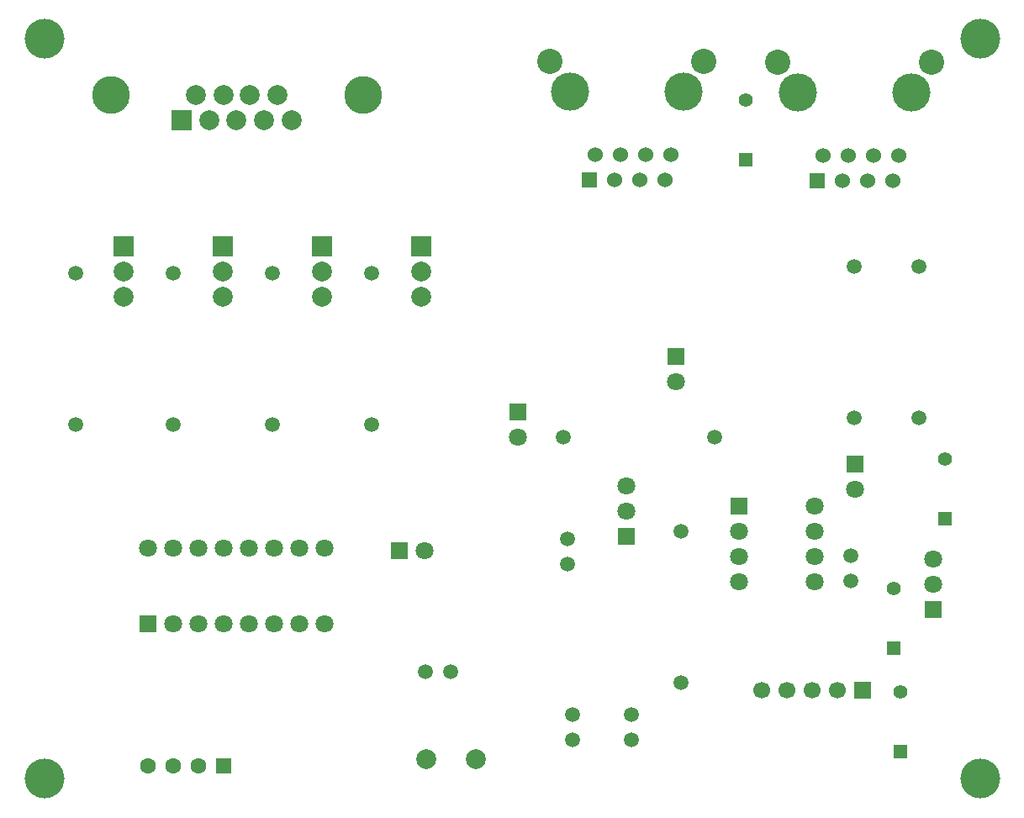
<source format=gbs>
G04 (created by PCBNEW (2013-07-07 BZR 4022)-stable) date 20-Nov-13 2:59:34 PM*
%MOIN*%
G04 Gerber Fmt 3.4, Leading zero omitted, Abs format*
%FSLAX34Y34*%
G01*
G70*
G90*
G04 APERTURE LIST*
%ADD10C,0.00590551*%
%ADD11R,0.0787402X0.0787402*%
%ADD12C,0.0787402*%
%ADD13R,0.0669291X0.0669291*%
%ADD14C,0.0669291*%
%ADD15R,0.0629921X0.0629921*%
%ADD16C,0.0629921*%
%ADD17R,0.0708661X0.0708661*%
%ADD18C,0.0708661*%
%ADD19C,0.0590551*%
%ADD20C,0.1516*%
%ADD21C,0.06*%
%ADD22C,0.1*%
%ADD23R,0.06X0.06*%
%ADD24C,0.15*%
%ADD25R,0.055X0.055*%
%ADD26C,0.055*%
%ADD27C,0.15748*%
G04 APERTURE END LIST*
G54D10*
G54D11*
X34645Y-64413D03*
G54D12*
X34645Y-65413D03*
X34645Y-66413D03*
G54D11*
X30708Y-64413D03*
G54D12*
X30708Y-65413D03*
X30708Y-66413D03*
G54D11*
X26771Y-64413D03*
G54D12*
X26771Y-65413D03*
X26771Y-66413D03*
G54D11*
X38582Y-64413D03*
G54D12*
X38582Y-65413D03*
X38582Y-66413D03*
G54D13*
X56062Y-82027D03*
G54D14*
X55062Y-82027D03*
X54062Y-82027D03*
X53062Y-82027D03*
X52062Y-82027D03*
G54D15*
X30732Y-85039D03*
G54D16*
X29732Y-85039D03*
X28732Y-85039D03*
X27732Y-85039D03*
G54D17*
X55759Y-73047D03*
G54D18*
X55759Y-74047D03*
G54D17*
X42385Y-70992D03*
G54D18*
X42385Y-71992D03*
G54D17*
X37688Y-76480D03*
G54D18*
X38688Y-76480D03*
G54D17*
X48669Y-68783D03*
G54D18*
X48669Y-69783D03*
G54D19*
X58287Y-71228D03*
X58287Y-65228D03*
X50200Y-71992D03*
X44200Y-71992D03*
X55736Y-71228D03*
X55736Y-65228D03*
X24881Y-71503D03*
X24881Y-65503D03*
X48868Y-75720D03*
X48868Y-81720D03*
X36614Y-71503D03*
X36614Y-65503D03*
X32677Y-71503D03*
X32677Y-65503D03*
X28740Y-71503D03*
X28740Y-65503D03*
G54D17*
X51157Y-74710D03*
G54D18*
X51157Y-75710D03*
X51157Y-76710D03*
X51157Y-77710D03*
X54157Y-77710D03*
X54157Y-76710D03*
X54157Y-75710D03*
X54157Y-74710D03*
G54D19*
X55598Y-76677D03*
X55598Y-77677D03*
X44370Y-76025D03*
X44370Y-77025D03*
X44582Y-82996D03*
X44582Y-83996D03*
X46913Y-83996D03*
X46913Y-82996D03*
X38730Y-81280D03*
X39730Y-81280D03*
G54D17*
X27750Y-79400D03*
G54D18*
X28750Y-79400D03*
X29750Y-79400D03*
X30750Y-79400D03*
X31750Y-79400D03*
X32750Y-79400D03*
X33750Y-79400D03*
X34750Y-79400D03*
X34750Y-76400D03*
X33750Y-76400D03*
X32750Y-76400D03*
X31750Y-76400D03*
X30750Y-76400D03*
X29750Y-76400D03*
X28750Y-76400D03*
X27750Y-76400D03*
G54D17*
X58881Y-78822D03*
G54D18*
X58881Y-77822D03*
X58881Y-76822D03*
G54D17*
X46712Y-75940D03*
G54D18*
X46712Y-74940D03*
X46712Y-73940D03*
G54D20*
X53501Y-58311D03*
X58001Y-58311D03*
G54D21*
X57501Y-60811D03*
X57251Y-61811D03*
X56501Y-60811D03*
X56251Y-61811D03*
X55501Y-60811D03*
X55251Y-61811D03*
X54501Y-60811D03*
G54D22*
X52701Y-57110D03*
X58801Y-57110D03*
G54D23*
X54251Y-61811D03*
G54D20*
X44482Y-58299D03*
X48982Y-58299D03*
G54D21*
X48482Y-60799D03*
X48232Y-61799D03*
X47482Y-60799D03*
X47232Y-61799D03*
X46482Y-60799D03*
X46232Y-61799D03*
X45482Y-60799D03*
G54D22*
X43682Y-57098D03*
X49782Y-57098D03*
G54D23*
X45232Y-61799D03*
G54D24*
X36278Y-58433D03*
X26278Y-58433D03*
G54D11*
X29078Y-59433D03*
G54D12*
X30178Y-59433D03*
X31228Y-59433D03*
X32328Y-59433D03*
X33428Y-59433D03*
X29628Y-58433D03*
X30728Y-58433D03*
X31778Y-58433D03*
X32878Y-58433D03*
G54D25*
X57582Y-84448D03*
G54D26*
X57582Y-82086D03*
G54D25*
X51441Y-60976D03*
G54D26*
X51441Y-58614D03*
G54D25*
X59334Y-75220D03*
G54D26*
X59334Y-72858D03*
G54D25*
X57299Y-80370D03*
G54D26*
X57299Y-78007D03*
G54D12*
X38779Y-84744D03*
X40748Y-84744D03*
G54D27*
X60728Y-56200D03*
X23622Y-56200D03*
X23622Y-85531D03*
X60728Y-85531D03*
M02*

</source>
